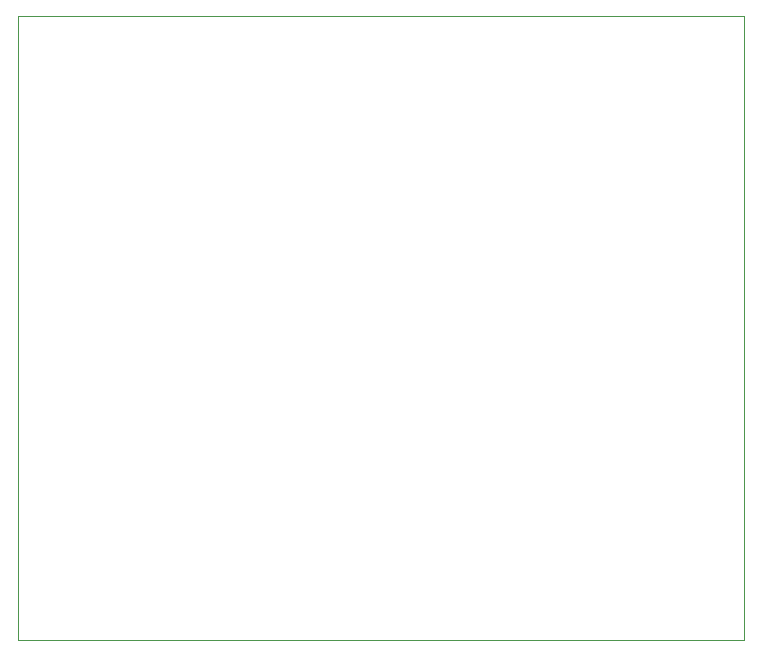
<source format=gbr>
%TF.GenerationSoftware,KiCad,Pcbnew,(5.1.6)-1*%
%TF.CreationDate,2023-12-08T07:15:54-05:00*%
%TF.ProjectId,plipbox-wiretap,706c6970-626f-4782-9d77-697265746170,rev?*%
%TF.SameCoordinates,Original*%
%TF.FileFunction,Profile,NP*%
%FSLAX46Y46*%
G04 Gerber Fmt 4.6, Leading zero omitted, Abs format (unit mm)*
G04 Created by KiCad (PCBNEW (5.1.6)-1) date 2023-12-08 07:15:54*
%MOMM*%
%LPD*%
G01*
G04 APERTURE LIST*
%TA.AperFunction,Profile*%
%ADD10C,0.050000*%
%TD*%
G04 APERTURE END LIST*
D10*
X210058000Y-105410000D02*
X148590000Y-105410000D01*
X210058000Y-52578000D02*
X210058000Y-105410000D01*
X148590000Y-52578000D02*
X148590000Y-105410000D01*
X210058000Y-52578000D02*
X148590000Y-52578000D01*
M02*

</source>
